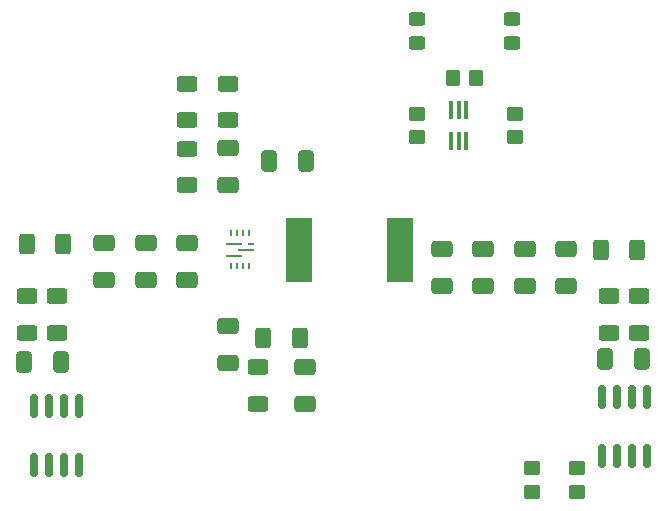
<source format=gtp>
G04 #@! TF.GenerationSoftware,KiCad,Pcbnew,8.0.2*
G04 #@! TF.CreationDate,2024-09-05T18:17:44-04:00*
G04 #@! TF.ProjectId,5v-regulator-v1,35762d72-6567-4756-9c61-746f722d7631,rev?*
G04 #@! TF.SameCoordinates,Original*
G04 #@! TF.FileFunction,Paste,Top*
G04 #@! TF.FilePolarity,Positive*
%FSLAX46Y46*%
G04 Gerber Fmt 4.6, Leading zero omitted, Abs format (unit mm)*
G04 Created by KiCad (PCBNEW 8.0.2) date 2024-09-05 18:17:44*
%MOMM*%
%LPD*%
G01*
G04 APERTURE LIST*
G04 Aperture macros list*
%AMRoundRect*
0 Rectangle with rounded corners*
0 $1 Rounding radius*
0 $2 $3 $4 $5 $6 $7 $8 $9 X,Y pos of 4 corners*
0 Add a 4 corners polygon primitive as box body*
4,1,4,$2,$3,$4,$5,$6,$7,$8,$9,$2,$3,0*
0 Add four circle primitives for the rounded corners*
1,1,$1+$1,$2,$3*
1,1,$1+$1,$4,$5*
1,1,$1+$1,$6,$7*
1,1,$1+$1,$8,$9*
0 Add four rect primitives between the rounded corners*
20,1,$1+$1,$2,$3,$4,$5,0*
20,1,$1+$1,$4,$5,$6,$7,0*
20,1,$1+$1,$6,$7,$8,$9,0*
20,1,$1+$1,$8,$9,$2,$3,0*%
G04 Aperture macros list end*
%ADD10RoundRect,0.250000X-0.450000X0.325000X-0.450000X-0.325000X0.450000X-0.325000X0.450000X0.325000X0*%
%ADD11R,2.311400X5.461000*%
%ADD12RoundRect,0.250000X0.650000X-0.412500X0.650000X0.412500X-0.650000X0.412500X-0.650000X-0.412500X0*%
%ADD13RoundRect,0.250000X-0.625000X0.400000X-0.625000X-0.400000X0.625000X-0.400000X0.625000X0.400000X0*%
%ADD14RoundRect,0.250000X-0.400000X-0.625000X0.400000X-0.625000X0.400000X0.625000X-0.400000X0.625000X0*%
%ADD15RoundRect,0.250000X0.450000X-0.350000X0.450000X0.350000X-0.450000X0.350000X-0.450000X-0.350000X0*%
%ADD16RoundRect,0.150000X0.150000X-0.825000X0.150000X0.825000X-0.150000X0.825000X-0.150000X-0.825000X0*%
%ADD17R,1.397000X0.254000*%
%ADD18R,0.254000X0.609600*%
%ADD19R,0.609600X0.254000*%
%ADD20RoundRect,0.250000X-0.412500X-0.650000X0.412500X-0.650000X0.412500X0.650000X-0.412500X0.650000X0*%
%ADD21RoundRect,0.100000X0.100000X-0.650000X0.100000X0.650000X-0.100000X0.650000X-0.100000X-0.650000X0*%
%ADD22RoundRect,0.250000X-0.650000X0.412500X-0.650000X-0.412500X0.650000X-0.412500X0.650000X0.412500X0*%
%ADD23RoundRect,0.250000X0.625000X-0.400000X0.625000X0.400000X-0.625000X0.400000X-0.625000X-0.400000X0*%
%ADD24RoundRect,0.250000X-0.350000X-0.450000X0.350000X-0.450000X0.350000X0.450000X-0.350000X0.450000X0*%
%ADD25RoundRect,0.250000X-0.450000X0.350000X-0.450000X-0.350000X0.450000X-0.350000X0.450000X0.350000X0*%
%ADD26RoundRect,0.250000X0.412500X0.650000X-0.412500X0.650000X-0.412500X-0.650000X0.412500X-0.650000X0*%
G04 APERTURE END LIST*
D10*
X160000001Y-48475002D03*
X159999999Y-50524998D03*
D11*
X150000000Y-68000000D03*
X158509000Y-68000000D03*
D12*
X144000000Y-62562500D03*
X144000000Y-59437500D03*
D13*
X140500000Y-59450000D03*
X140500000Y-62550000D03*
D14*
X175545000Y-68025000D03*
X178645000Y-68025000D03*
D15*
X169750000Y-88500000D03*
X169750000Y-86500000D03*
D16*
X127595000Y-86225000D03*
X128865000Y-86225000D03*
X130135000Y-86225000D03*
X131405000Y-86225000D03*
X131405000Y-81275000D03*
X130135000Y-81275000D03*
X128865000Y-81275000D03*
X127595000Y-81275000D03*
D17*
X144487398Y-67499874D03*
X144487398Y-68500126D03*
D18*
X144243510Y-69400000D03*
X144743636Y-69400000D03*
X145243762Y-69400000D03*
X145743888Y-69400000D03*
D17*
X145500000Y-68000000D03*
D19*
X145893700Y-67499874D03*
D18*
X145743888Y-66600000D03*
X145243762Y-66600000D03*
X144743636Y-66600000D03*
X144243510Y-66600000D03*
D20*
X147437500Y-60500000D03*
X150562500Y-60500000D03*
D21*
X162850000Y-58830000D03*
X163500000Y-58830000D03*
X164150000Y-58830000D03*
X164150000Y-56170000D03*
X163500000Y-56170000D03*
X162850000Y-56170000D03*
D22*
X150500000Y-77937500D03*
X150500000Y-81062500D03*
X169104000Y-67962500D03*
X169104000Y-71087500D03*
X144000000Y-74437500D03*
X144000000Y-77562500D03*
D14*
X146950000Y-75500000D03*
X150050000Y-75500000D03*
D16*
X175690000Y-85450000D03*
X176960000Y-85450000D03*
X178230000Y-85450000D03*
X179500000Y-85450000D03*
X179500000Y-80500000D03*
X178230000Y-80500000D03*
X176960000Y-80500000D03*
X175690000Y-80500000D03*
D22*
X133500000Y-67437500D03*
X133500000Y-70562500D03*
D23*
X178750000Y-75050000D03*
X178750000Y-71950000D03*
X176250000Y-75050000D03*
X176250000Y-71950000D03*
D24*
X163000000Y-53500000D03*
X165000000Y-53500000D03*
D23*
X144000000Y-57050000D03*
X144000000Y-53950000D03*
X129500000Y-75050000D03*
X129500000Y-71950000D03*
D22*
X137000000Y-67437500D03*
X137000000Y-70562500D03*
D15*
X173500000Y-88500000D03*
X173500000Y-86500000D03*
D22*
X172604000Y-67962500D03*
X172604000Y-71087500D03*
X162104000Y-67962500D03*
X162104000Y-71087500D03*
X140500000Y-67437500D03*
X140500000Y-70562500D03*
X165604000Y-67962500D03*
X165604000Y-71087500D03*
D13*
X146500000Y-77950000D03*
X146500000Y-81050000D03*
D25*
X168250000Y-56500000D03*
X168250000Y-58500000D03*
D14*
X126950000Y-67500000D03*
X130050000Y-67500000D03*
D26*
X179062501Y-77250002D03*
X175937499Y-77249998D03*
D25*
X160000000Y-56500000D03*
X160000000Y-58500000D03*
D23*
X140500000Y-57050000D03*
X140500000Y-53950000D03*
D10*
X168000001Y-48475002D03*
X167999999Y-50524998D03*
D26*
X129812501Y-77500000D03*
X126687499Y-77499996D03*
D13*
X127000000Y-71950000D03*
X127000000Y-75050000D03*
M02*

</source>
